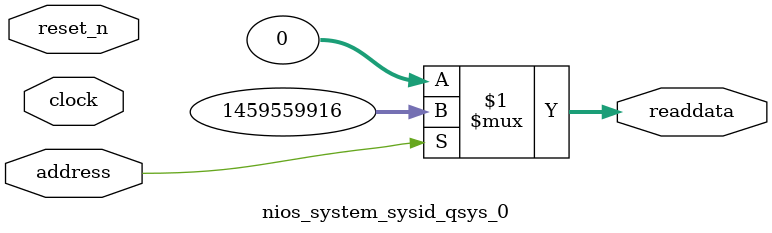
<source format=v>

`timescale 1ns / 1ps
// synthesis translate_on

// turn off superfluous verilog processor warnings 
// altera message_level Level1 
// altera message_off 10034 10035 10036 10037 10230 10240 10030 

module nios_system_sysid_qsys_0 (
               // inputs:
                address,
                clock,
                reset_n,

               // outputs:
                readdata
             )
;

  output  [ 31: 0] readdata;
  input            address;
  input            clock;
  input            reset_n;

  wire    [ 31: 0] readdata;
  //control_slave, which is an e_avalon_slave
  assign readdata = address ? 1459559916 : 0;

endmodule




</source>
